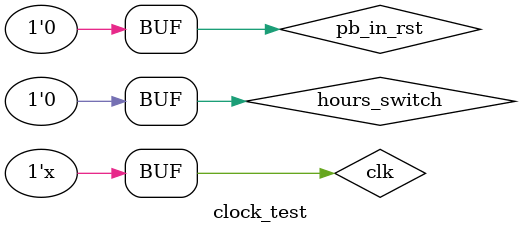
<source format=v>
`timescale 1ns / 1ps


module clock_test;

	// Inputs
	reg clk;
	reg pb_in_rst;
	reg hours_switch;

	// Outputs
	wire [18:0] display;
	wire [15:0] led;

	// Instantiate the Unit Under Test (UUT)
	electronic_clock uut (
		.clk(clk), 
		.pb_in_rst(pb_in_rst), 
		.display(display), 
		.led(led), 
		.hours_switch(hours_switch)
	);

	initial begin
		// Initialize Inputs
		clk = 0;
		pb_in_rst = 0;
		hours_switch = 0;

		// Wait 100 ns for global reset to finish
		#100;
        
		// Add stimulus here

	end
	
	always
	begin
	#1 clk=~clk;
	end
      
endmodule


</source>
